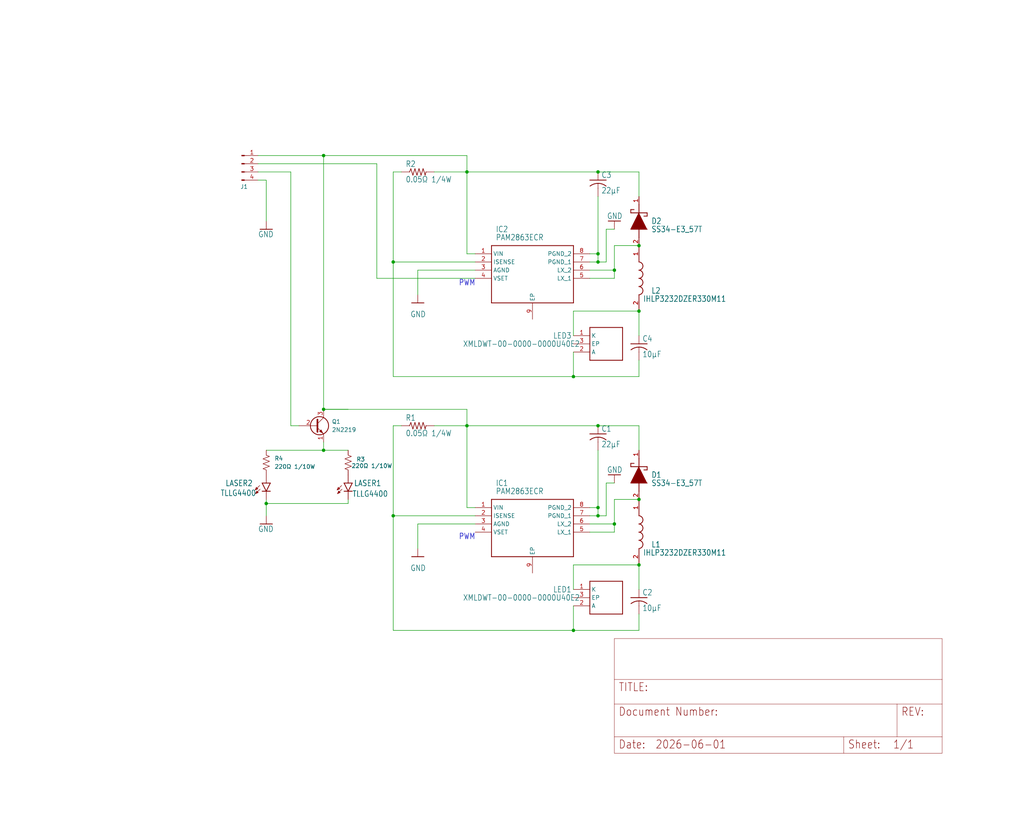
<source format=kicad_sch>
(kicad_sch (version 20231120) (generator "eeschema") (generator_version "8.0")
  (paper "User" 317.5 254.127)
  (lib_symbols
    (symbol "Connector:Conn_01x04_Pin" (pin_names (offset 1.016) hide)
      (property "Reference" "J" (at 0 5.08 0))
      (property "Value" "Conn_01x04_Pin" (at 0 -7.62 0))
      (symbol "Conn_01x04_Pin_1_1"
        (polyline (pts (xy 1.27 -5.08) (xy 0.8636 -5.08)) (stroke (width 0.1524)))
        (polyline (pts (xy 1.27 -2.54) (xy 0.8636 -2.54)) (stroke (width 0.1524)))
        (polyline (pts (xy 1.27 0) (xy 0.8636 0)) (stroke (width 0.1524)))
        (polyline (pts (xy 1.27 2.54) (xy 0.8636 2.54)) (stroke (width 0.1524)))
        (rectangle (start 0.8636 -4.953) (end 0 -5.207) (stroke (width 0.1524)) (fill (type outline)))
        (rectangle (start 0.8636 -2.413) (end 0 -2.667) (stroke (width 0.1524)) (fill (type outline)))
        (rectangle (start 0.8636 0.127) (end 0 -0.127) (stroke (width 0.1524)) (fill (type outline)))
        (rectangle (start 0.8636 2.667) (end 0 2.413) (stroke (width 0.1524)) (fill (type outline)))
        (pin passive line (at 5.08 2.54 180) (length 3.81) (name "Pin_1") (number "1"))
        (pin passive line (at 5.08 0 180) (length 3.81) (name "Pin_2") (number "2"))
        (pin passive line (at 5.08 -2.54 180) (length 3.81) (name "Pin_3") (number "3"))
        (pin passive line (at 5.08 -5.08 180) (length 3.81) (name "Pin_4") (number "4"))
      )
    )
    (symbol "Device:R_US" (pin_numbers hide) (pin_names (offset 0))
      (property "Reference" "R" (at 2.54 0 90))
      (property "Value" "R_US" (at -2.54 0 90))
      (symbol "R_US_0_1"
        (polyline (pts (xy 0 -2.286) (xy 0 -2.54)))
        (polyline (pts (xy 0 2.286) (xy 0 2.54)))
        (polyline (pts (xy 0 -0.762) (xy 1.016 -1.143) (xy 0 -1.524) (xy -1.016 -1.905) (xy 0 -2.286)))
        (polyline (pts (xy 0 0.762) (xy 1.016 0.381) (xy 0 0) (xy -1.016 -0.381) (xy 0 -0.762)))
        (polyline (pts (xy 0 2.286) (xy 1.016 1.905) (xy 0 1.524) (xy -1.016 1.143) (xy 0 0.762)))
      )
      (symbol "R_US_1_1"
        (pin passive line (at 0 3.81 270) (length 1.27) (name "~") (number "1"))
        (pin passive line (at 0 -3.81 90) (length 1.27) (name "~") (number "2"))
      )
    )
    (symbol "Lightbar-eagle-import:C-USC1210"
      (property "Reference" "C" (at 1.016 0.635 0))
      (symbol "C-USC1210_1_0"
        (arc (start 0 -1.0161) (mid -1.302 -1.2303) (end -2.4668 -1.8504) (stroke (width 0.254)))
        (polyline (pts (xy -2.54 0) (xy 2.54 0)) (stroke (width 0.254)))
        (polyline (pts (xy 0 -1.016) (xy 0 -2.54)) (stroke (width 0.1524)))
        (arc (start 2.4892 -1.8541) (mid 1.3158 -1.2194) (end 0 -1) (stroke (width 0.254)))
        (pin passive line (at 0 2.54 270) (length 2.54) (name "1") (number "1"))
        (pin passive line (at 0 -5.08 90) (length 2.54) (name "2") (number "2"))
      )
    )
    (symbol "Lightbar-eagle-import:FRAME_A_L"
      (symbol "FRAME_A_L_1_0"
        (polyline (pts (xy 0 43.18) (xy 3.81 43.18)))
        (polyline (pts (xy 0 86.36) (xy 3.81 86.36)))
        (polyline (pts (xy 0 129.54) (xy 3.81 129.54)))
        (polyline (pts (xy 0 172.72) (xy 3.81 172.72)))
        (polyline (pts (xy 3.81 3.81) (xy 3.81 212.09)))
        (polyline (pts (xy 46.5667 0) (xy 46.5667 3.81)))
        (polyline (pts (xy 93.1333 0) (xy 93.1333 3.81)))
        (polyline (pts (xy 139.7 0) (xy 139.7 3.81)))
        (polyline (pts (xy 186.2667 0) (xy 186.2667 3.81)))
        (polyline (pts (xy 232.8333 0) (xy 232.8333 3.81)))
        (polyline (pts (xy 275.59 3.81) (xy 275.59 212.09)))
        (polyline (pts (xy 275.59 43.18) (xy 279.4 43.18)))
        (polyline (pts (xy 275.59 86.36) (xy 279.4 86.36)))
        (polyline (pts (xy 275.59 129.54) (xy 279.4 129.54)))
        (polyline (pts (xy 275.59 172.72) (xy 279.4 172.72)))
        (polyline (pts (xy 275.59 212.09) (xy 3.81 212.09)))
        (polyline (pts (xy 0 0) (xy 279.4 0) (xy 279.4 215.9) (xy 0 215.9) (xy 0 0)))
        (text "1" (at 23.2833 213.995 0) (effects (font (size 2.54 2.286))))
        (text "2" (at 69.85 213.995 0) (effects (font (size 2.54 2.286))))
        (text "3" (at 116.4167 213.995 0) (effects (font (size 2.54 2.286))))
        (text "4" (at 162.9833 213.995 0) (effects (font (size 2.54 2.286))))
        (text "5" (at 209.55 213.995 0) (effects (font (size 2.54 2.286))))
        (text "6" (at 256.1167 213.995 0) (effects (font (size 2.54 2.286))))
        (text "A" (at 1.905 194.31 0) (effects (font (size 2.54 2.286))))
        (text "A" (at 277.495 194.31 0) (effects (font (size 2.54 2.286))))
        (text "B" (at 1.905 151.13 0) (effects (font (size 2.54 2.286))))
        (text "B" (at 277.495 151.13 0) (effects (font (size 2.54 2.286))))
        (text "C" (at 1.905 107.95 0) (effects (font (size 2.54 2.286))))
        (text "C" (at 277.495 107.95 0) (effects (font (size 2.54 2.286))))
        (text "D" (at 1.905 64.77 0) (effects (font (size 2.54 2.286))))
        (text "D" (at 277.495 64.77 0) (effects (font (size 2.54 2.286))))
        (text "E" (at 1.905 21.59 0) (effects (font (size 2.54 2.286))))
        (text "E" (at 277.495 21.59 0) (effects (font (size 2.54 2.286))))
      )
      (symbol "FRAME_A_L_2_0"
        (polyline (pts (xy 0 0) (xy 0 5.08)) (stroke (width 0.1016)))
        (polyline (pts (xy 0 0) (xy 71.12 0)) (stroke (width 0.1016)))
        (polyline (pts (xy 0 5.08) (xy 0 15.24)) (stroke (width 0.1016)))
        (polyline (pts (xy 0 5.08) (xy 71.12 5.08)) (stroke (width 0.1016)))
        (polyline (pts (xy 0 15.24) (xy 0 22.86)) (stroke (width 0.1016)))
        (polyline (pts (xy 0 22.86) (xy 0 35.56)) (stroke (width 0.1016)))
        (polyline (pts (xy 0 22.86) (xy 101.6 22.86)) (stroke (width 0.1016)))
        (polyline (pts (xy 71.12 0) (xy 101.6 0)) (stroke (width 0.1016)))
        (polyline (pts (xy 71.12 5.08) (xy 71.12 0)) (stroke (width 0.1016)))
        (polyline (pts (xy 71.12 5.08) (xy 87.63 5.08)) (stroke (width 0.1016)))
        (polyline (pts (xy 87.63 5.08) (xy 101.6 5.08)) (stroke (width 0.1016)))
        (polyline (pts (xy 87.63 15.24) (xy 0 15.24)) (stroke (width 0.1016)))
        (polyline (pts (xy 87.63 15.24) (xy 87.63 5.08)) (stroke (width 0.1016)))
        (polyline (pts (xy 101.6 5.08) (xy 101.6 0)) (stroke (width 0.1016)))
        (polyline (pts (xy 101.6 15.24) (xy 87.63 15.24)) (stroke (width 0.1016)))
        (polyline (pts (xy 101.6 15.24) (xy 101.6 5.08)) (stroke (width 0.1016)))
        (polyline (pts (xy 101.6 22.86) (xy 101.6 15.24)) (stroke (width 0.1016)))
        (polyline (pts (xy 101.6 35.56) (xy 0 35.56)) (stroke (width 0.1016)))
        (polyline (pts (xy 101.6 35.56) (xy 101.6 22.86)) (stroke (width 0.1016)))
        (text "${#}/${##}" (at 86.36 1.27 0) (effects (font (size 2.54 2.159)) (justify left bottom)))
        (text "${CURRENT_DATE}" (at 12.7 1.27 0) (effects (font (size 2.54 2.159)) (justify left bottom)))
        (text "${PROJECTNAME}" (at 17.78 19.05 0) (effects (font (size 2.54 2.159)) (justify left bottom)))
        (text "Date:" (at 1.27 1.27 0) (effects (font (size 2.54 2.159)) (justify left bottom)))
        (text "Document Number:" (at 1.27 11.43 0) (effects (font (size 2.54 2.159)) (justify left bottom)))
        (text "REV:" (at 88.9 11.43 0) (effects (font (size 2.54 2.159)) (justify left bottom)))
        (text "Sheet:" (at 72.39 1.27 0) (effects (font (size 2.54 2.159)) (justify left bottom)))
        (text "TITLE:" (at 1.27 19.05 0) (effects (font (size 2.54 2.159)) (justify left bottom)))
      )
    )
    (symbol "Lightbar-eagle-import:GND" (power)
      (symbol "GND_1_0"
        (polyline (pts (xy -1.905 0) (xy 1.905 0)) (stroke (width 0.254)))
        (pin power_in line (at 0 2.54 270) (length 2.54) (name "GND") (number "1"))
      )
    )
    (symbol "Lightbar-eagle-import:IHLP3232DZER330M11"
      (property "Reference" "L" (at 16.51 6.35 0))
      (symbol "IHLP3232DZER330M11_1_0"
        (arc (start 7.62 0) (mid 6.35 1.22) (end 5.08 0) (stroke (width 0.254)))
        (arc (start 10.16 0) (mid 8.89 1.22) (end 7.62 0) (stroke (width 0.254)))
        (arc (start 12.7 0) (mid 11.43 1.22) (end 10.16 0) (stroke (width 0.254)))
        (arc (start 15.24 0) (mid 13.97 1.22) (end 12.7 0) (stroke (width 0.254)))
        (pin bidirectional line (at 0 0 0) (length 5.08) (name "1") (number "1"))
        (pin bidirectional line (at 20.32 0 180) (length 5.08) (name "2") (number "2"))
      )
    )
    (symbol "Lightbar-eagle-import:PAM2863ECR"
      (property "Reference" "IC" (at 31.75 7.62 0))
      (symbol "PAM2863ECR_1_0"
        (polyline (pts (xy 5.08 2.54) (xy 5.08 -15.24)) (stroke (width 0.254)))
        (polyline (pts (xy 5.08 2.54) (xy 30.48 2.54)) (stroke (width 0.254)))
        (polyline (pts (xy 30.48 -15.24) (xy 5.08 -15.24)) (stroke (width 0.254)))
        (polyline (pts (xy 30.48 -15.24) (xy 30.48 2.54)) (stroke (width 0.254)))
        (pin bidirectional line (at 0 0 0) (length 5.08) (name "VIN") (number "1"))
        (pin bidirectional line (at 0 -2.54 0) (length 5.08) (name "ISENSE") (number "2"))
        (pin bidirectional line (at 0 -5.08 0) (length 5.08) (name "AGND") (number "3"))
        (pin bidirectional line (at 0 -7.62 0) (length 5.08) (name "VSET") (number "4"))
        (pin bidirectional line (at 35.56 -7.62 180) (length 5.08) (name "LX_1") (number "5"))
        (pin bidirectional line (at 35.56 -5.08 180) (length 5.08) (name "LX_2") (number "6"))
        (pin bidirectional line (at 35.56 -2.54 180) (length 5.08) (name "PGND_1") (number "7"))
        (pin bidirectional line (at 35.56 0 180) (length 5.08) (name "PGND_2") (number "8"))
        (pin bidirectional line (at 17.78 -20.32 90) (length 5.08) (name "EP") (number "9"))
      )
    )
    (symbol "Lightbar-eagle-import:R-US_R0805"
      (property "Reference" "R" (at -3.81 1.4986 0))
      (symbol "R-US_R0805_1_0"
        (polyline (pts (xy -2.54 0) (xy -2.159 1.016)) (stroke (width 0.2032)))
        (polyline (pts (xy -2.159 1.016) (xy -1.524 -1.016)) (stroke (width 0.2032)))
        (polyline (pts (xy -1.524 -1.016) (xy -0.889 1.016)) (stroke (width 0.2032)))
        (polyline (pts (xy -0.889 1.016) (xy -0.254 -1.016)) (stroke (width 0.2032)))
        (polyline (pts (xy -0.254 -1.016) (xy 0.381 1.016)) (stroke (width 0.2032)))
        (polyline (pts (xy 0.381 1.016) (xy 1.016 -1.016)) (stroke (width 0.2032)))
        (polyline (pts (xy 1.016 -1.016) (xy 1.651 1.016)) (stroke (width 0.2032)))
        (polyline (pts (xy 1.651 1.016) (xy 2.286 -1.016)) (stroke (width 0.2032)))
        (polyline (pts (xy 2.286 -1.016) (xy 2.54 0)) (stroke (width 0.2032)))
        (pin passive line (at -5.08 0 0) (length 2.54) (name "1") (number "1"))
        (pin passive line (at 5.08 0 180) (length 2.54) (name "2") (number "2"))
      )
    )
    (symbol "Lightbar-eagle-import:SS34-E3_57T"
      (property "Reference" "D" (at 12.7 8.89 0))
      (symbol "SS34-E3_57T_1_0"
        (polyline (pts (xy 5.08 0) (xy 7.62 0)) (stroke (width 0.254)))
        (polyline (pts (xy 6.604 -1.524) (xy 6.604 -2.54)) (stroke (width 0.254)))
        (polyline (pts (xy 7.62 -2.54) (xy 6.604 -2.54)) (stroke (width 0.254)))
        (polyline (pts (xy 7.62 2.54) (xy 7.62 -2.54)) (stroke (width 0.254)))
        (polyline (pts (xy 7.62 2.54) (xy 8.636 2.54)) (stroke (width 0.254)))
        (polyline (pts (xy 8.636 1.524) (xy 8.636 2.54)) (stroke (width 0.254)))
        (polyline (pts (xy 12.7 0) (xy 15.24 0)) (stroke (width 0.254)))
        (polyline (pts (xy 7.62 0) (xy 12.7 -2.54) (xy 12.7 2.54)) (stroke (width 0.254)) (fill (type outline)))
        (pin bidirectional line (at 2.54 0 0) (length 2.54) (name "K") (number "1"))
        (pin bidirectional line (at 17.78 0 180) (length 2.54) (name "A") (number "2"))
      )
    )
    (symbol "Lightbar-eagle-import:TLLG4400"
      (property "Reference" "LED" (at 3.556 -4.572 90))
      (symbol "TLLG4400_1_0"
        (polyline (pts (xy -2.032 -0.762) (xy -3.429 -2.159)) (stroke (width 0.1524)))
        (polyline (pts (xy -1.905 -1.905) (xy -3.302 -3.302)) (stroke (width 0.1524)))
        (polyline (pts (xy 0 -2.54) (xy -1.27 -2.54)) (stroke (width 0.254)))
        (polyline (pts (xy 0 -2.54) (xy -1.27 0)) (stroke (width 0.254)))
        (polyline (pts (xy 0 0) (xy -1.27 0)) (stroke (width 0.254)))
        (polyline (pts (xy 1.27 -2.54) (xy 0 -2.54)) (stroke (width 0.254)))
        (polyline (pts (xy 1.27 0) (xy 0 -2.54)) (stroke (width 0.254)))
        (polyline (pts (xy 1.27 0) (xy 0 0)) (stroke (width 0.254)))
        (polyline (pts (xy -3.048 -1.27) (xy -3.429 -2.159) (xy -2.54 -1.778)) (stroke (width 0.1524)) (fill (type outline)))
        (polyline (pts (xy -2.921 -2.413) (xy -3.302 -3.302) (xy -2.413 -2.921)) (stroke (width 0.1524)) (fill (type outline)))
        (pin passive line (at 0 2.54 270) (length 2.54) (name "A") (number "A"))
        (pin passive line (at 0 -5.08 90) (length 2.54) (name "C") (number "K"))
      )
    )
    (symbol "Lightbar-eagle-import:XMLDWT-00-0000-0000U40E2"
      (property "Reference" "LED" (at 16.51 7.62 0))
      (symbol "XMLDWT-00-0000-0000U40E2_1_0"
        (polyline (pts (xy 5.08 2.54) (xy 5.08 -7.62)) (stroke (width 0.254)))
        (polyline (pts (xy 5.08 2.54) (xy 15.24 2.54)) (stroke (width 0.254)))
        (polyline (pts (xy 15.24 -7.62) (xy 5.08 -7.62)) (stroke (width 0.254)))
        (polyline (pts (xy 15.24 -7.62) (xy 15.24 2.54)) (stroke (width 0.254)))
        (pin bidirectional line (at 0 0 0) (length 5.08) (name "K") (number "1"))
        (pin bidirectional line (at 0 -5.08 0) (length 5.08) (name "A") (number "2"))
        (pin bidirectional line (at 0 -2.54 0) (length 5.08) (name "EP") (number "3"))
      )
    )
    (symbol "Transistor_BJT:2N2219" (pin_names (offset 0) hide)
      (property "Reference" "Q" (at 5.08 1.905 0))
      (property "Value" "2N2219" (at 5.08 0 0))
      (symbol "2N2219_0_1"
        (polyline (pts (xy 0.635 0.635) (xy 2.54 2.54)))
        (polyline (pts (xy 0.635 -0.635) (xy 2.54 -2.54) (xy 2.54 -2.54)))
        (polyline (pts (xy 0.635 1.905) (xy 0.635 -1.905) (xy 0.635 -1.905)) (stroke (width 0.508)))
        (polyline (pts (xy 1.27 -1.778) (xy 1.778 -1.27) (xy 2.286 -2.286) (xy 1.27 -1.778) (xy 1.27 -1.778)) (fill (type outline)))
        (circle (center 1.27 0) (radius 2.8194) (stroke (width 0.254)))
      )
      (symbol "2N2219_1_1"
        (pin passive line (at 2.54 -5.08 90) (length 2.54) (name "E") (number "1"))
        (pin passive line (at -5.08 0 0) (length 5.715) (name "B") (number "2"))
        (pin passive line (at 2.54 5.08 270) (length 2.54) (name "C") (number "3"))
      )
    )
  )
  (junction (at 82.55 156.21))
  (junction (at 144.78 132.08))
  (junction (at 190.5 162.56))
  (junction (at 198.12 76.2))
  (junction (at 177.8 195.58))
  (junction (at 185.42 53.34))
  (junction (at 100.33 139.7))
  (junction (at 190.5 83.82))
  (junction (at 185.42 132.08))
  (junction (at 121.92 81.28))
  (junction (at 198.12 175.26))
  (junction (at 100.33 127))
  (junction (at 100.33 48.26))
  (junction (at 198.12 154.94))
  (junction (at 177.8 116.84))
  (junction (at 185.42 160.02))
  (junction (at 185.42 81.28))
  (junction (at 198.12 96.52))
  (junction (at 121.92 160.02))
  (junction (at 185.42 78.74))
  (junction (at 185.42 157.48))
  (junction (at 144.78 53.34))
  (wire (pts (xy 90.17 132.08) (xy 92.71 132.08)) (stroke (width 0.1524)))
  (wire (pts (xy 185.42 81.28) (xy 185.42 78.74)) (stroke (width 0.1524)))
  (wire (pts (xy 177.8 182.88) (xy 177.8 175.26)) (stroke (width 0.1524)))
  (wire (pts (xy 198.12 139.7) (xy 198.12 132.08)) (stroke (width 0.1524)))
  (wire (pts (xy 80.01 50.8) (xy 116.84 50.8)) (stroke (width 0.1524)))
  (wire (pts (xy 177.8 195.58) (xy 121.92 195.58)) (stroke (width 0.1524)))
  (wire (pts (xy 82.55 139.7) (xy 100.33 139.7)))
  (wire (pts (xy 129.54 162.56) (xy 147.32 162.56)) (stroke (width 0.1524)))
  (wire (pts (xy 182.88 86.36) (xy 190.5 86.36)) (stroke (width 0.1524)))
  (wire (pts (xy 182.88 157.48) (xy 185.42 157.48)) (stroke (width 0.1524)))
  (wire (pts (xy 82.55 154.94) (xy 82.55 156.21)) (stroke (width 0.1524)))
  (wire (pts (xy 100.33 139.7) (xy 107.95 139.7)))
  (wire (pts (xy 144.78 157.48) (xy 144.78 132.08)) (stroke (width 0.1524)))
  (wire (pts (xy 82.55 55.88) (xy 82.55 68.58)) (stroke (width 0.1524)))
  (wire (pts (xy 198.12 132.08) (xy 185.42 132.08)) (stroke (width 0.1524)))
  (wire (pts (xy 121.92 53.34) (xy 121.92 81.28)) (stroke (width 0.1524)))
  (wire (pts (xy 121.92 116.84) (xy 121.92 81.28)) (stroke (width 0.1524)))
  (wire (pts (xy 190.5 162.56) (xy 190.5 154.94)) (stroke (width 0.1524)))
  (wire (pts (xy 144.78 53.34) (xy 134.62 53.34)) (stroke (width 0.1524)))
  (wire (pts (xy 190.5 165.1) (xy 190.5 162.56)) (stroke (width 0.1524)))
  (wire (pts (xy 182.88 165.1) (xy 190.5 165.1)) (stroke (width 0.1524)))
  (wire (pts (xy 147.32 81.28) (xy 121.92 81.28)) (stroke (width 0.1524)))
  (wire (pts (xy 190.5 83.82) (xy 190.5 76.2)) (stroke (width 0.1524)))
  (wire (pts (xy 198.12 53.34) (xy 185.42 53.34)) (stroke (width 0.1524)))
  (wire (pts (xy 100.33 127) (xy 107.95 127)))
  (wire (pts (xy 185.42 53.34) (xy 144.78 53.34)) (stroke (width 0.1524)))
  (wire (pts (xy 185.42 81.28) (xy 187.96 81.28)) (stroke (width 0.1524)))
  (wire (pts (xy 177.8 187.96) (xy 177.8 195.58)) (stroke (width 0.1524)))
  (wire (pts (xy 177.8 116.84) (xy 198.12 116.84)) (stroke (width 0.1524)))
  (wire (pts (xy 182.88 160.02) (xy 185.42 160.02)) (stroke (width 0.1524)))
  (wire (pts (xy 82.55 156.21) (xy 107.95 156.21)) (stroke (width 0.1524)))
  (wire (pts (xy 182.88 81.28) (xy 185.42 81.28)) (stroke (width 0.1524)))
  (wire (pts (xy 185.42 78.74) (xy 185.42 60.96)) (stroke (width 0.1524)))
  (wire (pts (xy 147.32 157.48) (xy 144.78 157.48)) (stroke (width 0.1524)))
  (wire (pts (xy 198.12 60.96) (xy 198.12 53.34)) (stroke (width 0.1524)))
  (wire (pts (xy 116.84 50.8) (xy 116.84 86.36)) (stroke (width 0.1524)))
  (wire (pts (xy 185.42 132.08) (xy 144.78 132.08)) (stroke (width 0.1524)))
  (wire (pts (xy 144.78 132.08) (xy 134.62 132.08)) (stroke (width 0.1524)))
  (wire (pts (xy 182.88 78.74) (xy 185.42 78.74)) (stroke (width 0.1524)))
  (wire (pts (xy 177.8 109.22) (xy 177.8 116.84)) (stroke (width 0.1524)))
  (wire (pts (xy 121.92 132.08) (xy 124.46 132.08)) (stroke (width 0.1524)))
  (wire (pts (xy 185.42 157.48) (xy 185.42 139.7)) (stroke (width 0.1524)))
  (wire (pts (xy 107.95 154.94) (xy 107.95 156.21)) (stroke (width 0.1524)))
  (wire (pts (xy 182.88 83.82) (xy 190.5 83.82)) (stroke (width 0.1524)))
  (wire (pts (xy 116.84 86.36) (xy 147.32 86.36)) (stroke (width 0.1524)))
  (wire (pts (xy 121.92 53.34) (xy 124.46 53.34)) (stroke (width 0.1524)))
  (wire (pts (xy 198.12 116.84) (xy 198.12 111.76)) (stroke (width 0.1524)))
  (wire (pts (xy 177.8 96.52) (xy 198.12 96.52)) (stroke (width 0.1524)))
  (wire (pts (xy 185.42 160.02) (xy 187.96 160.02)) (stroke (width 0.1524)))
  (wire (pts (xy 190.5 149.86) (xy 187.96 149.86)) (stroke (width 0.1524)))
  (wire (pts (xy 100.33 127) (xy 144.78 127)) (stroke (width 0.1524)))
  (wire (pts (xy 198.12 96.52) (xy 198.12 104.14)) (stroke (width 0.1524)))
  (wire (pts (xy 80.01 53.34) (xy 90.17 53.34)) (stroke (width 0.1524)))
  (wire (pts (xy 121.92 132.08) (xy 121.92 160.02)) (stroke (width 0.1524)))
  (wire (pts (xy 190.5 154.94) (xy 198.12 154.94)) (stroke (width 0.1524)))
  (wire (pts (xy 198.12 175.26) (xy 198.12 182.88)) (stroke (width 0.1524)))
  (wire (pts (xy 177.8 175.26) (xy 198.12 175.26)) (stroke (width 0.1524)))
  (wire (pts (xy 190.5 76.2) (xy 198.12 76.2)) (stroke (width 0.1524)))
  (wire (pts (xy 144.78 48.26) (xy 100.33 48.26)) (stroke (width 0.1524)))
  (wire (pts (xy 80.01 55.88) (xy 82.55 55.88)) (stroke (width 0.1524)))
  (wire (pts (xy 177.8 195.58) (xy 198.12 195.58)) (stroke (width 0.1524)))
  (wire (pts (xy 190.5 71.12) (xy 187.96 71.12)) (stroke (width 0.1524)))
  (wire (pts (xy 185.42 160.02) (xy 185.42 157.48)) (stroke (width 0.1524)))
  (wire (pts (xy 187.96 160.02) (xy 187.96 149.86)) (stroke (width 0.1524)))
  (wire (pts (xy 177.8 104.14) (xy 177.8 96.52)) (stroke (width 0.1524)))
  (wire (pts (xy 182.88 162.56) (xy 190.5 162.56)) (stroke (width 0.1524)))
  (wire (pts (xy 198.12 195.58) (xy 198.12 190.5)) (stroke (width 0.1524)))
  (wire (pts (xy 144.78 127) (xy 144.78 132.08)) (stroke (width 0.1524)))
  (wire (pts (xy 177.8 116.84) (xy 121.92 116.84)) (stroke (width 0.1524)))
  (wire (pts (xy 147.32 78.74) (xy 144.78 78.74)) (stroke (width 0.1524)))
  (wire (pts (xy 100.33 127) (xy 100.33 48.26)) (stroke (width 0.1524)))
  (wire (pts (xy 90.17 53.34) (xy 90.17 132.08)) (stroke (width 0.1524)))
  (wire (pts (xy 144.78 78.74) (xy 144.78 53.34)) (stroke (width 0.1524)))
  (wire (pts (xy 129.54 170.18) (xy 129.54 162.56)) (stroke (width 0.1524)))
  (wire (pts (xy 121.92 195.58) (xy 121.92 160.02)) (stroke (width 0.1524)))
  (wire (pts (xy 190.5 86.36) (xy 190.5 83.82)) (stroke (width 0.1524)))
  (wire (pts (xy 100.33 137.16) (xy 100.33 139.7)))
  (wire (pts (xy 129.54 83.82) (xy 147.32 83.82)) (stroke (width 0.1524)))
  (wire (pts (xy 147.32 160.02) (xy 121.92 160.02)) (stroke (width 0.1524)))
  (wire (pts (xy 129.54 91.44) (xy 129.54 83.82)) (stroke (width 0.1524)))
  (wire (pts (xy 144.78 48.26) (xy 144.78 53.34)) (stroke (width 0.1524)))
  (wire (pts (xy 80.01 48.26) (xy 100.33 48.26)) (stroke (width 0.1524)))
  (wire (pts (xy 82.55 156.21) (xy 82.55 160.02)) (stroke (width 0.1524)))
  (wire (pts (xy 187.96 81.28) (xy 187.96 71.12)) (stroke (width 0.1524)))
  (text "PWM" (at 142.24 167.64 0) (effects (font (size 1.778 1.5113)) (justify left bottom)))
  (text "PWM" (at 142.24 88.9 0) (effects (font (size 1.778 1.5113)) (justify left bottom)))
  (symbol (lib_id "Lightbar-eagle-import:R-US_R0805") (at 129.54 132.08 0) (unit 1)
    (property "Reference" "R1" (at 125.73 130.5814 0) (effects (font (size 1.778 1.5113)) (justify left bottom)))
    (property "Value" "0.05Ω 1/4W" (at 125.73 135.382 0) (effects (font (size 1.778 1.5113)) (justify left bottom)))
    (property "Footprint" "Lightbar:R0805" (effects (hide yes)))
  )
  (symbol (lib_id "Lightbar-eagle-import:R-US_R0805") (at 129.54 53.34 0) (unit 1)
    (property "Reference" "R2" (at 125.73 51.8414 0) (effects (font (size 1.778 1.5113)) (justify left bottom)))
    (property "Value" "0.05Ω 1/4W" (at 125.73 56.642 0) (effects (font (size 1.778 1.5113)) (justify left bottom)))
    (property "Footprint" "Lightbar:R0805" (effects (hide yes)))
  )
  (symbol (lib_id "Lightbar-eagle-import:C-USC1210") (at 185.42 134.62 0) (unit 1)
    (property "Reference" "C1" (at 186.436 133.985 0) (effects (font (size 1.778 1.5113)) (justify left bottom)))
    (property "Value" "22μF" (at 186.436 138.811 0) (effects (font (size 1.778 1.5113)) (justify left bottom)))
    (property "Footprint" "Lightbar:C1210" (effects (hide yes)))
  )
  (symbol (lib_id "Lightbar-eagle-import:TLLG4400") (at 82.55 149.86 0) (unit 1)
    (property "Reference" "LASER2" (at 69.85 150.876 0) (effects (font (size 1.778 1.5113)) (justify left bottom)))
    (property "Value" "TLLG4400" (at 68.326 153.924 0) (effects (font (size 1.778 1.5113)) (justify left bottom)))
    (property "Footprint" "Lightbar:LED3MM" (effects (hide yes)))
  )
  (symbol (lib_id "Lightbar-eagle-import:IHLP3232DZER330M11") (at 198.12 76.2 270) (unit 1)
    (property "Reference" "L2" (at 201.93 90.17 90) (effects (font (size 1.778 1.5113)) (justify left)))
    (property "Value" "IHLP3232DZER330M11" (at 199.39 92.71 90) (effects (font (size 1.778 1.5113)) (justify left)))
    (property "Footprint" "Lightbar:IHLP3232DZER330M11" (effects (hide yes)))
  )
  (symbol (lib_id "Lightbar-eagle-import:GND") (at 82.55 162.56 0) (unit 1)
    (property "Reference" "#GND03" (effects (hide yes)))
    (property "Value" "GND" (at 80.01 165.1 0) (effects (font (size 1.778 1.5113)) (justify left bottom)))
  )
  (symbol (lib_id "Lightbar-eagle-import:GND") (at 190.5 147.32 180) (unit 1)
    (property "Reference" "#GND02" (effects (hide yes)))
    (property "Value" "GND" (at 193.04 144.78 0) (effects (font (size 1.778 1.5113)) (justify left bottom)))
  )
  (symbol (lib_id "Lightbar-eagle-import:XMLDWT-00-0000-0000U40E2") (at 177.8 182.88 0) (unit 1)
    (property "Reference" "LED1" (at 171.45 182.88 0) (effects (font (size 1.778 1.5113)) (justify left)))
    (property "Value" "XMLDWT-00-0000-0000U40E2" (at 143.51 185.42 0) (effects (font (size 1.778 1.5113)) (justify left)))
    (property "Footprint" "Lightbar:XMLDWT0000000000U40E2" (effects (hide yes)))
  )
  (symbol (lib_id "Lightbar-eagle-import:FRAME_A_L") (at -438.15 233.68 0) (unit 1)
    (property "Reference" "#FRAME1" (effects (hide yes)))
    (property "Value" "FRAME_A_L" (effects (hide yes)))
  )
  (symbol (lib_id "Transistor_BJT:2N2219") (at 97.79 132.08 0) (unit 1)
    (property "Reference" "Q1" (at 102.87 130.8099 0) (effects (justify left)))
    (property "Value" "2N2219" (at 102.87 133.3499 0) (effects (justify left)))
    (property "Footprint" "Package_TO_SOT_SMD:SC-59_Handsoldering" (effects (hide yes)))
    (property "Datasheet" "http://www.onsemi.com/pub_link/Collateral/2N2219-D.PDF" (effects (hide yes)))
    (property "Description" "800mA Ic, 50V Vce, NPN Transistor, TO-39" (effects (hide yes)))
  )
  (symbol (lib_id "Lightbar-eagle-import:PAM2863ECR") (at 147.32 78.74 0) (unit 1)
    (property "Reference" "IC2" (at 153.67 71.12 0) (effects (font (size 1.778 1.5113)) (justify left)))
    (property "Value" "PAM2863ECR" (at 153.67 73.66 0) (effects (font (size 1.778 1.5113)) (justify left)))
    (property "Footprint" "Lightbar:SOIC127P600X175-9N" (effects (hide yes)))
  )
  (symbol (lib_id "Lightbar-eagle-import:GND") (at 129.54 172.72 0) (unit 1)
    (property "Reference" "#GND01" (effects (hide yes)))
    (property "Value" "GND" (at 132.08 175.26 0) (effects (font (size 1.778 1.5113)) (justify right top)))
  )
  (symbol (lib_id "Lightbar-eagle-import:C-USC1210") (at 185.42 55.88 0) (unit 1)
    (property "Reference" "C3" (at 186.436 55.245 0) (effects (font (size 1.778 1.5113)) (justify left bottom)))
    (property "Value" "22μF" (at 186.436 60.071 0) (effects (font (size 1.778 1.5113)) (justify left bottom)))
    (property "Footprint" "Lightbar:C1210" (effects (hide yes)))
  )
  (symbol (lib_id "Lightbar-eagle-import:XMLDWT-00-0000-0000U40E2") (at 177.8 104.14 0) (unit 1)
    (property "Reference" "LED3" (at 171.45 104.14 0) (effects (font (size 1.778 1.5113)) (justify left)))
    (property "Value" "XMLDWT-00-0000-0000U40E2" (at 143.51 106.68 0) (effects (font (size 1.778 1.5113)) (justify left)))
    (property "Footprint" "Lightbar:XMLDWT0000000000U40E2" (effects (hide yes)))
  )
  (symbol (lib_id "Lightbar-eagle-import:SS34-E3_57T") (at 198.12 137.16 270) (unit 1)
    (property "Reference" "D1" (at 201.93 147.32 90) (effects (font (size 1.778 1.5113)) (justify left)))
    (property "Value" "SS34-E3_57T" (at 201.93 149.86 90) (effects (font (size 1.778 1.5113)) (justify left)))
    (property "Footprint" "Lightbar:DIOM7959X262N" (effects (hide yes)))
  )
  (symbol (lib_id "Lightbar-eagle-import:GND") (at 190.5 68.58 180) (unit 1)
    (property "Reference" "#GND05" (effects (hide yes)))
    (property "Value" "GND" (at 193.04 66.04 0) (effects (font (size 1.778 1.5113)) (justify left bottom)))
  )
  (symbol (lib_id "Lightbar-eagle-import:PAM2863ECR") (at 147.32 157.48 0) (unit 1)
    (property "Reference" "IC1" (at 153.67 149.86 0) (effects (font (size 1.778 1.5113)) (justify left)))
    (property "Value" "PAM2863ECR" (at 153.67 152.4 0) (effects (font (size 1.778 1.5113)) (justify left)))
    (property "Footprint" "Lightbar:SOIC127P600X175-9N" (effects (hide yes)))
  )
  (symbol (lib_id "Connector:Conn_01x04_Pin") (at 74.93 50.8 0) (unit 1)
    (property "Reference" "J1" (at 75.692 57.912 0))
    (property "Value" "Conn_01x04_Pin" (effects (hide yes)))
    (property "Footprint" "Connector_PinSocket_2.54mm:PinSocket_1x04_P2.54mm_Vertical" (effects (hide yes)))
    (property "Description" "Generic connector, single row, 01x04, script generated" (effects (hide yes)))
  )
  (symbol (lib_id "Lightbar-eagle-import:C-USC1210") (at 198.12 106.68 0) (unit 1)
    (property "Reference" "C4" (at 199.136 106.045 0) (effects (font (size 1.778 1.5113)) (justify left bottom)))
    (property "Value" "10μF" (at 199.136 110.871 0) (effects (font (size 1.778 1.5113)) (justify left bottom)))
    (property "Footprint" "Lightbar:C1210" (effects (hide yes)))
  )
  (symbol (lib_id "Device:R_US") (at 107.95 143.51 0) (unit 1)
    (property "Reference" "R3" (at 110.49 142.494 0) (effects (justify left)))
    (property "Value" "220Ω 1/10W" (at 108.966 144.526 0) (effects (justify left)))
    (property "Footprint" "Resistor_SMD:R_0805_2012Metric_Pad1.20x1.40mm_HandSolder" (effects (hide yes)))
    (property "Description" "Resistor, US symbol" (effects (hide yes)))
  )
  (symbol (lib_id "Lightbar-eagle-import:GND") (at 129.54 93.98 0) (unit 1)
    (property "Reference" "#GND04" (effects (hide yes)))
    (property "Value" "GND" (at 132.08 96.52 0) (effects (font (size 1.778 1.5113)) (justify right top)))
  )
  (symbol (lib_id "Device:R_US") (at 82.55 143.51 0) (unit 1)
    (property "Reference" "R4" (at 85.09 142.2399 0) (effects (justify left)))
    (property "Value" "220Ω 1/10W" (at 85.09 144.7799 0) (effects (justify left)))
    (property "Footprint" "Resistor_SMD:R_0805_2012Metric_Pad1.20x1.40mm_HandSolder" (effects (hide yes)))
    (property "Description" "Resistor, US symbol" (effects (hide yes)))
  )
  (symbol (lib_id "Lightbar-eagle-import:GND") (at 82.55 71.12 0) (unit 1)
    (property "Reference" "#GND06" (effects (hide yes)))
    (property "Value" "GND" (at 80.01 73.66 0) (effects (font (size 1.778 1.5113)) (justify left bottom)))
  )
  (symbol (lib_id "Lightbar-eagle-import:TLLG4400") (at 107.95 149.86 0) (unit 1)
    (property "Reference" "LASER1" (at 109.728 150.876 0) (effects (font (size 1.778 1.5113)) (justify left bottom)))
    (property "Value" "TLLG4400" (at 109.22 154.178 0) (effects (font (size 1.778 1.5113)) (justify left bottom)))
    (property "Footprint" "Lightbar:LED3MM" (effects (hide yes)))
  )
  (symbol (lib_id "Lightbar-eagle-import:IHLP3232DZER330M11") (at 198.12 154.94 270) (unit 1)
    (property "Reference" "L1" (at 201.93 168.91 90) (effects (font (size 1.778 1.5113)) (justify left)))
    (property "Value" "IHLP3232DZER330M11" (at 199.39 171.45 90) (effects (font (size 1.778 1.5113)) (justify left)))
    (property "Footprint" "Lightbar:IHLP3232DZER330M11" (effects (hide yes)))
  )
  (symbol (lib_id "Lightbar-eagle-import:SS34-E3_57T") (at 198.12 58.42 270) (unit 1)
    (property "Reference" "D2" (at 201.93 68.58 90) (effects (font (size 1.778 1.5113)) (justify left)))
    (property "Value" "SS34-E3_57T" (at 201.93 71.12 90) (effects (font (size 1.778 1.5113)) (justify left)))
    (property "Footprint" "Lightbar:DIOM7959X262N" (effects (hide yes)))
  )
  (symbol (lib_id "Lightbar-eagle-import:FRAME_A_L") (at 190.5 233.68 0) (unit 2)
    (property "Reference" "#FRAME1" (effects (hide yes)))
    (property "Value" "FRAME_A_L" (effects (hide yes)))
  )
  (symbol (lib_id "Lightbar-eagle-import:C-USC1210") (at 198.12 185.42 0) (unit 1)
    (property "Reference" "C2" (at 199.136 184.785 0) (effects (font (size 1.778 1.5113)) (justify left bottom)))
    (property "Value" "10μF" (at 199.136 189.611 0) (effects (font (size 1.778 1.5113)) (justify left bottom)))
    (property "Footprint" "Lightbar:C1210" (effects (hide yes)))
  )
)
</source>
